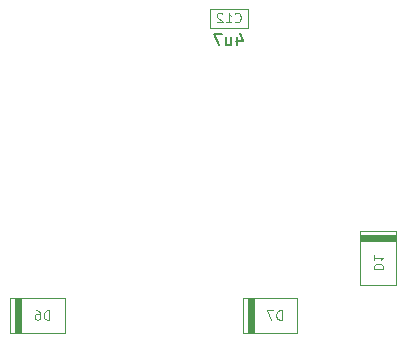
<source format=gbr>
%TF.GenerationSoftware,KiCad,Pcbnew,9.0.3*%
%TF.CreationDate,2025-08-27T16:52:30+03:00*%
%TF.ProjectId,Protection,50726f74-6563-4746-996f-6e2e6b696361,1.0*%
%TF.SameCoordinates,Original*%
%TF.FileFunction,AssemblyDrawing,Bot*%
%FSLAX46Y46*%
G04 Gerber Fmt 4.6, Leading zero omitted, Abs format (unit mm)*
G04 Created by KiCad (PCBNEW 9.0.3) date 2025-08-27 16:52:30*
%MOMM*%
%LPD*%
G01*
G04 APERTURE LIST*
%ADD10C,0.100000*%
%ADD11C,0.150000*%
%ADD12C,0.120000*%
G04 APERTURE END LIST*
D10*
X130605104Y-133200475D02*
X131405104Y-133200475D01*
X131405104Y-133200475D02*
X131405104Y-133009999D01*
X131405104Y-133009999D02*
X131367009Y-132895713D01*
X131367009Y-132895713D02*
X131290819Y-132819523D01*
X131290819Y-132819523D02*
X131214628Y-132781428D01*
X131214628Y-132781428D02*
X131062247Y-132743332D01*
X131062247Y-132743332D02*
X130947961Y-132743332D01*
X130947961Y-132743332D02*
X130795580Y-132781428D01*
X130795580Y-132781428D02*
X130719390Y-132819523D01*
X130719390Y-132819523D02*
X130643200Y-132895713D01*
X130643200Y-132895713D02*
X130605104Y-133009999D01*
X130605104Y-133009999D02*
X130605104Y-133200475D01*
X130605104Y-131981428D02*
X130605104Y-132438571D01*
X130605104Y-132209999D02*
X131405104Y-132209999D01*
X131405104Y-132209999D02*
X131290819Y-132286190D01*
X131290819Y-132286190D02*
X131214628Y-132362380D01*
X131214628Y-132362380D02*
X131176533Y-132438571D01*
X122810475Y-137474895D02*
X122810475Y-136674895D01*
X122810475Y-136674895D02*
X122619999Y-136674895D01*
X122619999Y-136674895D02*
X122505713Y-136712990D01*
X122505713Y-136712990D02*
X122429523Y-136789180D01*
X122429523Y-136789180D02*
X122391428Y-136865371D01*
X122391428Y-136865371D02*
X122353332Y-137017752D01*
X122353332Y-137017752D02*
X122353332Y-137132038D01*
X122353332Y-137132038D02*
X122391428Y-137284419D01*
X122391428Y-137284419D02*
X122429523Y-137360609D01*
X122429523Y-137360609D02*
X122505713Y-137436800D01*
X122505713Y-137436800D02*
X122619999Y-137474895D01*
X122619999Y-137474895D02*
X122810475Y-137474895D01*
X122086666Y-136674895D02*
X121553332Y-136674895D01*
X121553332Y-136674895D02*
X121896190Y-137474895D01*
X103110475Y-137474895D02*
X103110475Y-136674895D01*
X103110475Y-136674895D02*
X102919999Y-136674895D01*
X102919999Y-136674895D02*
X102805713Y-136712990D01*
X102805713Y-136712990D02*
X102729523Y-136789180D01*
X102729523Y-136789180D02*
X102691428Y-136865371D01*
X102691428Y-136865371D02*
X102653332Y-137017752D01*
X102653332Y-137017752D02*
X102653332Y-137132038D01*
X102653332Y-137132038D02*
X102691428Y-137284419D01*
X102691428Y-137284419D02*
X102729523Y-137360609D01*
X102729523Y-137360609D02*
X102805713Y-137436800D01*
X102805713Y-137436800D02*
X102919999Y-137474895D01*
X102919999Y-137474895D02*
X103110475Y-137474895D01*
X101967618Y-136674895D02*
X102119999Y-136674895D01*
X102119999Y-136674895D02*
X102196190Y-136712990D01*
X102196190Y-136712990D02*
X102234285Y-136751085D01*
X102234285Y-136751085D02*
X102310475Y-136865371D01*
X102310475Y-136865371D02*
X102348571Y-137017752D01*
X102348571Y-137017752D02*
X102348571Y-137322514D01*
X102348571Y-137322514D02*
X102310475Y-137398704D01*
X102310475Y-137398704D02*
X102272380Y-137436800D01*
X102272380Y-137436800D02*
X102196190Y-137474895D01*
X102196190Y-137474895D02*
X102043809Y-137474895D01*
X102043809Y-137474895D02*
X101967618Y-137436800D01*
X101967618Y-137436800D02*
X101929523Y-137398704D01*
X101929523Y-137398704D02*
X101891428Y-137322514D01*
X101891428Y-137322514D02*
X101891428Y-137132038D01*
X101891428Y-137132038D02*
X101929523Y-137055847D01*
X101929523Y-137055847D02*
X101967618Y-137017752D01*
X101967618Y-137017752D02*
X102043809Y-136979657D01*
X102043809Y-136979657D02*
X102196190Y-136979657D01*
X102196190Y-136979657D02*
X102272380Y-137017752D01*
X102272380Y-137017752D02*
X102310475Y-137055847D01*
X102310475Y-137055847D02*
X102348571Y-137132038D01*
D11*
X119058095Y-113568152D02*
X119058095Y-114234819D01*
X119296190Y-113187200D02*
X119534285Y-113901485D01*
X119534285Y-113901485D02*
X118915238Y-113901485D01*
X118105714Y-113568152D02*
X118105714Y-114234819D01*
X118534285Y-113568152D02*
X118534285Y-114091961D01*
X118534285Y-114091961D02*
X118486666Y-114187200D01*
X118486666Y-114187200D02*
X118391428Y-114234819D01*
X118391428Y-114234819D02*
X118248571Y-114234819D01*
X118248571Y-114234819D02*
X118153333Y-114187200D01*
X118153333Y-114187200D02*
X118105714Y-114139580D01*
X117724761Y-113234819D02*
X117058095Y-113234819D01*
X117058095Y-113234819D02*
X117486666Y-114234819D01*
D12*
X118834285Y-112217664D02*
X118872381Y-112255760D01*
X118872381Y-112255760D02*
X118986666Y-112293855D01*
X118986666Y-112293855D02*
X119062857Y-112293855D01*
X119062857Y-112293855D02*
X119177143Y-112255760D01*
X119177143Y-112255760D02*
X119253333Y-112179569D01*
X119253333Y-112179569D02*
X119291428Y-112103379D01*
X119291428Y-112103379D02*
X119329524Y-111950998D01*
X119329524Y-111950998D02*
X119329524Y-111836712D01*
X119329524Y-111836712D02*
X119291428Y-111684331D01*
X119291428Y-111684331D02*
X119253333Y-111608140D01*
X119253333Y-111608140D02*
X119177143Y-111531950D01*
X119177143Y-111531950D02*
X119062857Y-111493855D01*
X119062857Y-111493855D02*
X118986666Y-111493855D01*
X118986666Y-111493855D02*
X118872381Y-111531950D01*
X118872381Y-111531950D02*
X118834285Y-111570045D01*
X118072381Y-112293855D02*
X118529524Y-112293855D01*
X118300952Y-112293855D02*
X118300952Y-111493855D01*
X118300952Y-111493855D02*
X118377143Y-111608140D01*
X118377143Y-111608140D02*
X118453333Y-111684331D01*
X118453333Y-111684331D02*
X118529524Y-111722426D01*
X117767619Y-111570045D02*
X117729523Y-111531950D01*
X117729523Y-111531950D02*
X117653333Y-111493855D01*
X117653333Y-111493855D02*
X117462857Y-111493855D01*
X117462857Y-111493855D02*
X117386666Y-111531950D01*
X117386666Y-111531950D02*
X117348571Y-111570045D01*
X117348571Y-111570045D02*
X117310476Y-111646236D01*
X117310476Y-111646236D02*
X117310476Y-111722426D01*
X117310476Y-111722426D02*
X117348571Y-111836712D01*
X117348571Y-111836712D02*
X117805714Y-112293855D01*
X117805714Y-112293855D02*
X117310476Y-112293855D01*
D10*
%TO.C,D1*%
X129470000Y-134510000D02*
X129470000Y-129910000D01*
X129470000Y-134510000D02*
X132470000Y-134510000D01*
X132470000Y-129910000D02*
X129470000Y-129910000D01*
X132470000Y-134510000D02*
X132470000Y-129910000D01*
X129470000Y-130310000D02*
X132470000Y-130310000D01*
X132470000Y-130810000D01*
X129470000Y-130810000D01*
X129470000Y-130310000D01*
G36*
X129470000Y-130310000D02*
G01*
X132470000Y-130310000D01*
X132470000Y-130810000D01*
X129470000Y-130810000D01*
X129470000Y-130310000D01*
G37*
%TO.C,D7*%
X119520000Y-135610000D02*
X119520000Y-138610000D01*
X124120000Y-135610000D02*
X119520000Y-135610000D01*
X124120000Y-138610000D02*
X119520000Y-138610000D01*
X124120000Y-138610000D02*
X124120000Y-135610000D01*
X119920000Y-138610000D02*
X120420000Y-138610000D01*
X120420000Y-135610000D01*
X119920000Y-135610000D01*
X119920000Y-138610000D01*
G36*
X119920000Y-138610000D02*
G01*
X120420000Y-138610000D01*
X120420000Y-135610000D01*
X119920000Y-135610000D01*
X119920000Y-138610000D01*
G37*
%TO.C,D6*%
X99820000Y-135610000D02*
X99820000Y-138610000D01*
X104420000Y-135610000D02*
X99820000Y-135610000D01*
X104420000Y-138610000D02*
X99820000Y-138610000D01*
X104420000Y-138610000D02*
X104420000Y-135610000D01*
X100220000Y-138610000D02*
X100720000Y-138610000D01*
X100720000Y-135610000D01*
X100220000Y-135610000D01*
X100220000Y-138610000D01*
G36*
X100220000Y-138610000D02*
G01*
X100720000Y-138610000D01*
X100720000Y-135610000D01*
X100220000Y-135610000D01*
X100220000Y-138610000D01*
G37*
%TO.C,C12*%
X116720000Y-111130000D02*
X116720000Y-112730000D01*
X116720000Y-112730000D02*
X119920000Y-112730000D01*
X119920000Y-111130000D02*
X116720000Y-111130000D01*
X119920000Y-112730000D02*
X119920000Y-111130000D01*
%TD*%
M02*

</source>
